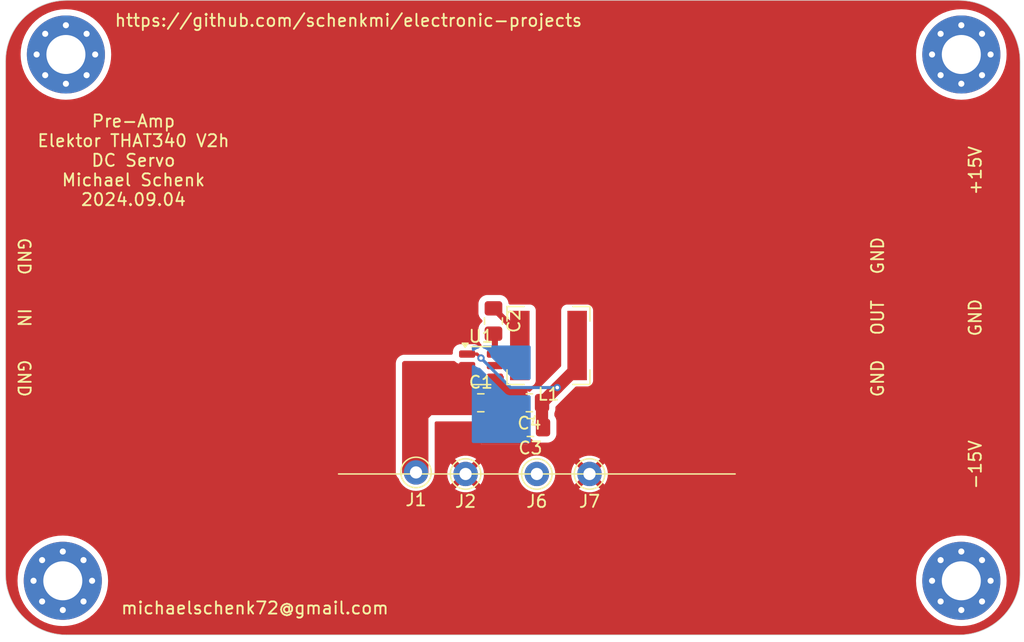
<source format=kicad_pcb>
(kicad_pcb (version 20240108) (generator "pcbnew") (generator_version "8.0")
  (layers (0 "F.Cu" signal) (31 "B.Cu" signal) (34 "B.Paste" user) (35 "F.Paste" user) (36 "B.SilkS" user "B.Silkscreen") (37 "F.SilkS" user "F.Silkscreen") (38 "B.Mask" user) (39 "F.Mask" user) (44 "Edge.Cuts" user))
  (net 0 "")
  (net 1 "GND")
  (net 2 "/VIN")
  (net 3 "/SWOUT")
  (net 4 "Net-(U1-BST)")
  (net 5 "/VOUT")
  (footprint "Capacitor_SMD:C_0805_2012Metric_Pad1.18x1.45mm_HandSolder" (layer "F.Cu") (at 160.2525 128.905)
    (property "Reference" "C1" (at 0 -1.68 0) (layer "F.SilkS"))
    (property "Value" "10uF/50V/X5R")
    (fp_line (start -0.261252 -0.735) (end 0.261252 -0.735) (stroke (width 0.12)) (layer "F.SilkS"))
    (fp_line (start -0.261252 0.735) (end 0.261252 0.735) (stroke (width 0.12)) (layer "F.SilkS"))
    (pad "1" smd roundrect (at -1.0375 0) (size 1.175 1.45) (layers "F.Cu" "F.Paste" "F.Mask") (roundrect_rratio 0.212766) (net 2 "/VIN"))
    (pad "2" smd roundrect (at 1.0375 0) (size 1.175 1.45) (layers "F.Cu" "F.Paste" "F.Mask") (roundrect_rratio 0.212766) (net 1 "GND"))
  )
  (footprint "Capacitor_SMD:C_0805_2012Metric_Pad1.18x1.45mm_HandSolder" (layer "F.Cu") (at 161.29 122.1955 -90)
    (property "Reference" "C2" (at 0 -1.68 90) (layer "F.SilkS"))
    (property "Value" "100nF/50V/X7R")
    (fp_line (start -0.261252 0.735) (end 0.261252 0.735) (stroke (width 0.12)) (layer "F.SilkS"))
    (fp_line (start -0.261252 -0.735) (end 0.261252 -0.735) (stroke (width 0.12)) (layer "F.SilkS"))
    (pad "1" smd roundrect (at -1.0375 0 270) (size 1.175 1.45) (layers "F.Cu" "F.Paste" "F.Mask") (roundrect_rratio 0.212766) (net 3 "/SWOUT"))
    (pad "2" smd roundrect (at 1.0375 0 270) (size 1.175 1.45) (layers "F.Cu" "F.Paste" "F.Mask") (roundrect_rratio 0.212766) (net 4 "Net-(U1-BST)"))
  )
  (footprint "Connector_Pin:Pin_D1.0mm_L10.0mm" (layer "F.Cu") (at 159.004 134.747)
    (property "Reference" "J2" (at 0 2.25 0) (layer "F.SilkS"))
    (property "Value" "Conn_01x01")
    (fp_circle (center 0 0) (end 1.25 0.05) (stroke (width 0.12)) (fill none) (layer "F.SilkS"))
    (pad "1" thru_hole circle (at 0 0) (size 2 2) (drill 1) (layers "*.Cu" "*.Mask") (net 1 "GND"))
  )
  (footprint "MountingHole:MountingHole_3.2mm_M3_Pad_Via" (layer "F.Cu") (at 199.644 143.51)
    (property "Reference" "H2" (hide yes))
    (property "Value" "MountingHole")
    (pad "1" thru_hole circle (at -2.4 0) (size 0.8 0.8) (drill 0.5) (layers "*.Cu" "*.Mask"))
    (pad "1" thru_hole circle (at -1.697056 -1.697056) (size 0.8 0.8) (drill 0.5) (layers "*.Cu" "*.Mask"))
    (pad "1" thru_hole circle (at -1.697056 1.697056) (size 0.8 0.8) (drill 0.5) (layers "*.Cu" "*.Mask"))
    (pad "1" thru_hole circle (at 0 -2.4) (size 0.8 0.8) (drill 0.5) (layers "*.Cu" "*.Mask"))
    (pad "1" thru_hole circle (at 0 0) (size 6.4 6.4) (drill 3.2) (layers "*.Cu" "*.Mask"))
    (pad "1" thru_hole circle (at 0 2.4) (size 0.8 0.8) (drill 0.5) (layers "*.Cu" "*.Mask"))
    (pad "1" thru_hole circle (at 1.697056 -1.697056) (size 0.8 0.8) (drill 0.5) (layers "*.Cu" "*.Mask"))
    (pad "1" thru_hole circle (at 1.697056 1.697056) (size 0.8 0.8) (drill 0.5) (layers "*.Cu" "*.Mask"))
    (pad "1" thru_hole circle (at 2.4 0) (size 0.8 0.8) (drill 0.5) (layers "*.Cu" "*.Mask"))
  )
  (footprint "MountingHole:MountingHole_3.2mm_M3_Pad_Via" (layer "F.Cu") (at 199.644 100.33)
    (property "Reference" "H1" (hide yes))
    (property "Value" "MountingHole")
    (pad "1" thru_hole circle (at -2.4 0) (size 0.8 0.8) (drill 0.5) (layers "*.Cu" "*.Mask"))
    (pad "1" thru_hole circle (at -1.697056 -1.697056) (size 0.8 0.8) (drill 0.5) (layers "*.Cu" "*.Mask"))
    (pad "1" thru_hole circle (at -1.697056 1.697056) (size 0.8 0.8) (drill 0.5) (layers "*.Cu" "*.Mask"))
    (pad "1" thru_hole circle (at 0 -2.4) (size 0.8 0.8) (drill 0.5) (layers "*.Cu" "*.Mask"))
    (pad "1" thru_hole circle (at 0 0) (size 6.4 6.4) (drill 3.2) (layers "*.Cu" "*.Mask"))
    (pad "1" thru_hole circle (at 0 2.4) (size 0.8 0.8) (drill 0.5) (layers "*.Cu" "*.Mask"))
    (pad "1" thru_hole circle (at 1.697056 -1.697056) (size 0.8 0.8) (drill 0.5) (layers "*.Cu" "*.Mask"))
    (pad "1" thru_hole circle (at 1.697056 1.697056) (size 0.8 0.8) (drill 0.5) (layers "*.Cu" "*.Mask"))
    (pad "1" thru_hole circle (at 2.4 0) (size 0.8 0.8) (drill 0.5) (layers "*.Cu" "*.Mask"))
  )
  (footprint "MountingHole:MountingHole_3.2mm_M3_Pad_Via" (layer "F.Cu") (at 126.238 100.33)
    (property "Reference" "H4" (hide yes))
    (property "Value" "MountingHole")
    (pad "1" thru_hole circle (at -2.4 0) (size 0.8 0.8) (drill 0.5) (layers "*.Cu" "*.Mask"))
    (pad "1" thru_hole circle (at -1.697056 -1.697056) (size 0.8 0.8) (drill 0.5) (layers "*.Cu" "*.Mask"))
    (pad "1" thru_hole circle (at -1.697056 1.697056) (size 0.8 0.8) (drill 0.5) (layers "*.Cu" "*.Mask"))
    (pad "1" thru_hole circle (at 0 -2.4) (size 0.8 0.8) (drill 0.5) (layers "*.Cu" "*.Mask"))
    (pad "1" thru_hole circle (at 0 0) (size 6.4 6.4) (drill 3.2) (layers "*.Cu" "*.Mask"))
    (pad "1" thru_hole circle (at 0 2.4) (size 0.8 0.8) (drill 0.5) (layers "*.Cu" "*.Mask"))
    (pad "1" thru_hole circle (at 1.697056 -1.697056) (size 0.8 0.8) (drill 0.5) (layers "*.Cu" "*.Mask"))
    (pad "1" thru_hole circle (at 1.697056 1.697056) (size 0.8 0.8) (drill 0.5) (layers "*.Cu" "*.Mask"))
    (pad "1" thru_hole circle (at 2.4 0) (size 0.8 0.8) (drill 0.5) (layers "*.Cu" "*.Mask"))
  )
  (footprint "Connector_Pin:Pin_D1.0mm_L10.0mm" (layer "F.Cu") (at 164.846 134.747)
    (property "Reference" "J6" (at 0 2.25 0) (layer "F.SilkS"))
    (property "Value" "Conn_01x01")
    (fp_circle (center 0 0) (end 1.25 0.05) (stroke (width 0.12)) (fill none) (layer "F.SilkS"))
    (pad "1" thru_hole circle (at 0 0) (size 2 2) (drill 1) (layers "*.Cu" "*.Mask") (net 5 "/VOUT"))
  )
  (footprint "Connector_Pin:Pin_D1.0mm_L10.0mm" (layer "F.Cu") (at 169.164 134.747)
    (property "Reference" "J7" (at 0 2.25 0) (layer "F.SilkS"))
    (property "Value" "Conn_01x01")
    (fp_circle (center 0 0) (end 1.25 0.05) (stroke (width 0.12)) (fill none) (layer "F.SilkS"))
    (pad "1" thru_hole circle (at 0 0) (size 2 2) (drill 1) (layers "*.Cu" "*.Mask") (net 1 "GND"))
  )
  (footprint "Connector_Pin:Pin_D1.0mm_L10.0mm" (layer "F.Cu") (at 154.94 134.62)
    (property "Reference" "J1" (at 0 2.25 0) (layer "F.SilkS"))
    (property "Value" "Conn_01x01")
    (fp_circle (center 0 0) (end 1.25 0.05) (stroke (width 0.12)) (fill none) (layer "F.SilkS"))
    (pad "1" thru_hole circle (at 0 0) (size 2 2) (drill 1) (layers "*.Cu" "*.Mask") (net 2 "/VIN"))
  )
  (footprint "MountingHole:MountingHole_3.2mm_M3_Pad_Via" (layer "F.Cu") (at 125.984 143.51)
    (property "Reference" "H3" (hide yes))
    (property "Value" "MountingHole")
    (pad "1" thru_hole circle (at -2.4 0) (size 0.8 0.8) (drill 0.5) (layers "*.Cu" "*.Mask"))
    (pad "1" thru_hole circle (at -1.697056 -1.697056) (size 0.8 0.8) (drill 0.5) (layers "*.Cu" "*.Mask"))
    (pad "1" thru_hole circle (at -1.697056 1.697056) (size 0.8 0.8) (drill 0.5) (layers "*.Cu" "*.Mask"))
    (pad "1" thru_hole circle (at 0 -2.4) (size 0.8 0.8) (drill 0.5) (layers "*.Cu" "*.Mask"))
    (pad "1" thru_hole circle (at 0 0) (size 6.4 6.4) (drill 3.2) (layers "*.Cu" "*.Mask"))
    (pad "1" thru_hole circle (at 0 2.4) (size 0.8 0.8) (drill 0.5) (layers "*.Cu" "*.Mask"))
    (pad "1" thru_hole circle (at 1.697056 -1.697056) (size 0.8 0.8) (drill 0.5) (layers "*.Cu" "*.Mask"))
    (pad "1" thru_hole circle (at 1.697056 1.697056) (size 0.8 0.8) (drill 0.5) (layers "*.Cu" "*.Mask"))
    (pad "1" thru_hole circle (at 2.4 0) (size 0.8 0.8) (drill 0.5) (layers "*.Cu" "*.Mask"))
  )
  (footprint "Capacitor_SMD:C_0805_2012Metric_Pad1.18x1.45mm_HandSolder" (layer "F.Cu") (at 164.2325 128.905 180)
    (property "Reference" "C4" (at 0 -1.68 0) (layer "F.SilkS"))
    (property "Value" "22uF/25V/X5R")
    (fp_line (start -0.261252 0.735) (end 0.261252 0.735) (stroke (width 0.12)) (layer "F.SilkS"))
    (fp_line (start -0.261252 -0.735) (end 0.261252 -0.735) (stroke (width 0.12)) (layer "F.SilkS"))
    (pad "1" smd roundrect (at -1.0375 0 180) (size 1.175 1.45) (layers "F.Cu" "F.Paste" "F.Mask") (roundrect_rratio 0.212766) (net 5 "/VOUT"))
    (pad "2" smd roundrect (at 1.0375 0 180) (size 1.175 1.45) (layers "F.Cu" "F.Paste" "F.Mask") (roundrect_rratio 0.212766) (net 1 "GND"))
  )
  (footprint "Capacitor_SMD:C_0805_2012Metric_Pad1.18x1.45mm_HandSolder" (layer "F.Cu") (at 164.3165 130.937 180)
    (property "Reference" "C3" (at 0 -1.68 0) (layer "F.SilkS"))
    (property "Value" "22uF/25V/X5R")
    (fp_line (start -0.261252 0.735) (end 0.261252 0.735) (stroke (width 0.12)) (layer "F.SilkS"))
    (fp_line (start -0.261252 -0.735) (end 0.261252 -0.735) (stroke (width 0.12)) (layer "F.SilkS"))
    (pad "1" smd roundrect (at -1.0375 0 180) (size 1.175 1.45) (layers "F.Cu" "F.Paste" "F.Mask") (roundrect_rratio 0.212766) (net 5 "/VOUT"))
    (pad "2" smd roundrect (at 1.0375 0 180) (size 1.175 1.45) (layers "F.Cu" "F.Paste" "F.Mask") (roundrect_rratio 0.212766) (net 1 "GND"))
  )
  (footprint "Package_TO_SOT_SMD:TSOT-23-6" (layer "F.Cu") (at 160.2685 125.857)
    (property "Reference" "U1" (at 0 -2.4 0) (layer "F.SilkS"))
    (property "Value" "AP63205WU")
    (fp_line (start 0 -1.56) (end -0.8 -1.56) (stroke (width 0.12)) (layer "F.SilkS"))
    (fp_line (start 0 -1.56) (end 0.8 -1.56) (stroke (width 0.12)) (layer "F.SilkS"))
    (fp_line (start 0 1.56) (end -0.8 1.56) (stroke (width 0.12)) (layer "F.SilkS"))
    (fp_line (start 0 1.56) (end 0.8 1.56) (stroke (width 0.12)) (layer "F.SilkS"))
    (fp_poly (pts (xy -1.3 -1.51) (xy -1.54 -1.84) (xy -1.06 -1.84) (xy -1.3 -1.51)) (stroke (width 0.12)) (fill solid) (layer "F.SilkS"))
    (pad "1" smd roundrect (at -1.1375 -0.95) (size 1.325 0.6) (layers "F.Cu" "F.Paste" "F.Mask") (net 5 "/VOUT"))
    (pad "2" smd roundrect (at -1.1375 0) (size 1.325 0.6) (layers "F.Cu" "F.Paste" "F.Mask") (net 2 "/VIN"))
    (pad "3" smd roundrect (at -1.1375 0.95) (size 1.325 0.6) (layers "F.Cu" "F.Paste" "F.Mask") (net 2 "/VIN"))
    (pad "4" smd roundrect (at 1.1375 0.95) (size 1.325 0.6) (layers "F.Cu" "F.Paste" "F.Mask") (net 1 "GND"))
    (pad "5" smd roundrect (at 1.1375 0) (size 1.325 0.6) (layers "F.Cu" "F.Paste" "F.Mask") (net 3 "/SWOUT"))
    (pad "6" smd roundrect (at 1.1375 -0.95) (size 1.325 0.6) (layers "F.Cu" "F.Paste" "F.Mask") (net 4 "Net-(U1-BST)"))
  )
  (footprint "Inductor_SMD:L_Bourns-SRN6028" (layer "F.Cu") (at 165.799 124.206)
    (property "Reference" "L1" (at 0 4 0) (layer "F.SilkS"))
    (property "Value" "4.7uH")
    (fp_line (start -3.4 -3.2) (end -3.4 -2) (stroke (width 0.12)) (layer "F.SilkS"))
    (fp_line (start -3.4 -3.2) (end -2 -3.2) (stroke (width 0.12)) (layer "F.SilkS"))
    (fp_line (start -3.4 3.2) (end -3.4 2) (stroke (width 0.12)) (layer "F.SilkS"))
    (fp_line (start -3.4 3.2) (end -2 3.2) (stroke (width 0.12)) (layer "F.SilkS"))
    (fp_line (start 3.4 -3.2) (end 2 -3.2) (stroke (width 0.12)) (layer "F.SilkS"))
    (fp_line (start 3.4 -3.2) (end 3.4 -2) (stroke (width 0.12)) (layer "F.SilkS"))
    (fp_line (start 3.4 3.2) (end 2 3.2) (stroke (width 0.12)) (layer "F.SilkS"))
    (fp_line (start 3.4 3.2) (end 3.4 2) (stroke (width 0.12)) (layer "F.SilkS"))
    (pad "1" smd rect (at -2.35 0) (size 1.6 5.7) (layers "F.Cu" "F.Paste" "F.Mask") (net 3 "/SWOUT"))
    (pad "2" smd rect (at 2.35 0) (size 1.6 5.7) (layers "F.Cu" "F.Paste" "F.Mask") (net 5 "/VOUT"))
  )
  (gr_line (start 148.59 134.747) (end 181.102 134.747) (stroke (width 0.12)) (layer "F.SilkS"))
  (gr_line (start 121.285 142.955) (end 121.285 100.885) (stroke (width 0.05)) (layer "Edge.Cuts"))
  (gr_line (start 204.47 100.885) (end 204.47 142.955) (stroke (width 0.05)) (layer "Edge.Cuts"))
  (gr_arc (start 204.47 142.955) (mid 203.005534 146.490534) (end 199.47 147.955) (stroke (width 0.05)) (layer "Edge.Cuts"))
  (gr_arc (start 126.285 147.955) (mid 122.749466 146.490534) (end 121.285 142.955) (stroke (width 0.05)) (layer "Edge.Cuts"))
  (gr_line (start 199.47 147.955) (end 126.285 147.955) (stroke (width 0.05)) (layer "Edge.Cuts"))
  (gr_arc (start 199.47 95.885) (mid 203.005534 97.349466) (end 204.47 100.885) (stroke (width 0.05)) (layer "Edge.Cuts"))
  (gr_line (start 126.285 95.885) (end 199.47 95.885) (stroke (width 0.05)) (layer "Edge.Cuts"))
  (gr_arc (start 121.285 100.885) (mid 122.749466 97.349466) (end 126.285 95.885) (stroke (width 0.05)) (layer "Edge.Cuts"))
  (gr_text "GND" (at 192.786 116.84 90) (layer "F.SilkS") (effects (font (size 1 1))))
  (gr_text "OUT" (at 192.786 121.92 90) (layer "F.SilkS") (effects (font (size 1 1))))
  (gr_text "michaelschenk72@gmail.com" (at 141.732 145.7452 0) (layer "F.SilkS") (effects (font (size 1 1))))
  (gr_text "GND" (at 200.787 121.92 90) (layer "F.SilkS") (effects (font (size 1 1))))
  (gr_text "+15V" (at 200.787 109.855 90) (layer "F.SilkS") (effects (font (size 1 1))))
  (gr_text "-15V" (at 200.787 133.985 90) (layer "F.SilkS") (effects (font (size 1 1))))
  (gr_text "Pre-Amp\nElektor THAT340 V2h\nDC Servo\nMichael Schenk\n2024.09.04" (at 131.7752 109.0168 0) (layer "F.SilkS") (effects (font (size 1 1))))
  (gr_text "IN" (at 122.809 121.92 270) (layer "F.SilkS") (effects (font (size 1 1))))
  (gr_text "GND" (at 192.786 126.8984 90) (layer "F.SilkS") (effects (font (size 1 1))))
  (gr_text "GND" (at 122.809 116.8908 270) (layer "F.SilkS") (effects (font (size 1 1))))
  (gr_text "https://github.com/schenkmi/electronic-projects" (at 149.4028 97.536 0) (layer "F.SilkS") (effects (font (size 1 1))))
  (gr_text "GND" (at 122.809 126.8984 270) (layer "F.SilkS") (effects (font (size 1 1))))
  (segment (start 162.068499 125.857) (end 163.449 124.476499) (width 0.5) (layer "F.Cu") (net 3))
  (segment (start 163.449 124.476499) (end 163.449 124.206) (width 0.5) (layer "F.Cu") (net 3))
  (segment (start 161.29 121.158) (end 163.449 123.317) (width 0.5) (layer "F.Cu") (net 3))
  (segment (start 161.406 125.857) (end 162.068499 125.857) (width 0.5) (layer "F.Cu") (net 3))
  (segment (start 163.449 123.317) (end 163.449 124.206) (width 0.5) (layer "F.Cu") (net 3))
  (segment (start 161.406 124.907) (end 161.406 123.349) (width 0.5) (layer "F.Cu") (net 4))
  (segment (start 161.406 123.349) (end 161.29 123.233) (width 0.5) (layer "F.Cu") (net 4))
  (segment (start 166.5185 127.6565) (end 165.27 128.905) (width 1) (layer "F.Cu") (net 5))
  (segment (start 165.27 128.905) (end 165.27 130.853) (width 1) (layer "F.Cu") (net 5))
  (segment (start 168.149 124.206) (end 168.149 126.026) (width 1) (layer "F.Cu") (net 5))
  (segment (start 159.937351 124.907) (end 160.267126 125.236775) (width 0.25) (layer "F.Cu") (net 5))
  (segment (start 165.27 130.853) (end 165.354 130.937) (width 1) (layer "F.Cu") (net 5))
  (segment (start 159.131 124.907) (end 159.937351 124.907) (width 0.25) (layer "F.Cu") (net 5))
  (segment (start 168.149 126.026) (end 166.5185 127.6565) (width 1) (layer "F.Cu") (net 5))
  (via (at 160.267126 125.236775) (size 0.6) (drill 0.3) (layers "F.Cu" "B.Cu") (net 5))
  (via (at 166.5185 127.6565) (size 0.6) (drill 0.3) (layers "F.Cu" "B.Cu") (net 5))
  (segment (start 162.686851 127.6565) (end 166.5185 127.6565) (width 0.25) (layer "B.Cu") (net 5))
  (segment (start 160.267126 125.236775) (end 162.686851 127.6565) (width 0.25) (layer "B.Cu") (net 5))
  (zone (net 1) (net_name "GND") (layer "F.Cu") (priority 2) (connect_pads yes (clearance 0.508)) (min_thickness 0.25) (fill yes (thermal_gap 0.5) (thermal_bridge_width 0.5))
    (polygon (pts (xy 160.274 126.238) (xy 162.433 126.238) (xy 162.433 127.508) (xy 164.084 127.508) (xy 164.084 132.334) (xy 160.274 132.334)))
  )
  (zone (net 1) (net_name "GND") (layer "F.Cu") (connect_pads (clearance 0.508)) (min_thickness 0.25) (fill yes (thermal_gap 0.5) (thermal_bridge_width 0.5))
    (polygon (pts (xy 121.285 95.885) (xy 204.47 95.885) (xy 204.47 147.955) (xy 121.285 147.955)))
  )
  (zone (net 2) (net_name "/VIN") (layer "F.Cu") (priority 3) (connect_pads yes (clearance 0.508)) (min_thickness 0.25) (fill yes (thermal_gap 0.5) (thermal_bridge_width 0.5))
    (polygon (pts (xy 155.956 134.747) (xy 155.956 130.175) (xy 156.21 129.921) (xy 160.02 129.921) (xy 160.02 125.476) (xy 153.924 125.476) (xy 153.797 125.603) (xy 153.797 134.747)))
  )
  (zone (net 1) (net_name "GND") (layer "B.Cu") (priority 1) (connect_pads (clearance 0.508)) (min_thickness 0.25) (fill yes (thermal_gap 0.5) (thermal_bridge_width 0.5))
    (polygon (pts (xy 159.512 132.207) (xy 164.338 132.207) (xy 164.338 124.206) (xy 159.512 124.206)))
  )
)
</source>
